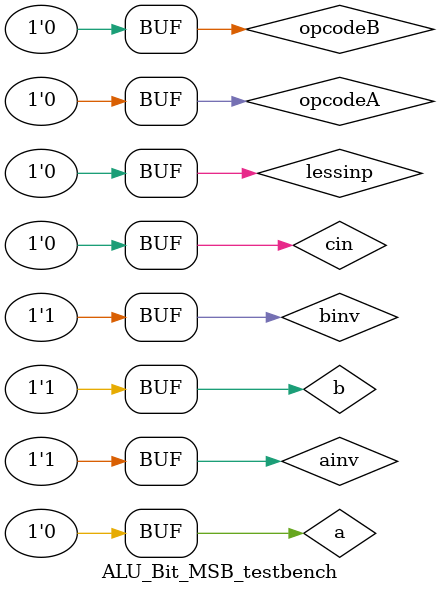
<source format=v>
`timescale 1ns/1ps
module ALU_Bit_MSB_testbench();
reg a,b,lessinp,cin,ainv,binv,opcodeA,opcodeB;
wire cout,result,slt,overflow;

ALU1_Bit_MSB dut(a,b,lessinp,cin,ainv,binv,opcodeA,opcodeB,cout,result,overflow,slt); 

initial begin
//Expected output is in form of {cout, result}
a = 1'b1; b = 1'b0; lessinp = 1'b0; cin = 1'b0; ainv = 1'b0; binv = 1'b0; opcodeA = 1'b0; opcodeB = 1'b0;//AND  Expected Output = {0,0}---correct
#0.1;
a = 1'b1; b = 1'b0; lessinp = 1'b0; cin = 1'b0; ainv = 1'b0; binv = 1'b0; opcodeA = 1'b0; opcodeB = 1'b1;//OR    Expected Output = {0,1}---correct
#0.1;
a = 1'b0; b = 1'b1; lessinp = 1'b0; cin = 1'b0; ainv = 1'b0; binv = 1'b0; opcodeA = 1'b1; opcodeB = 1'b0; //XOR  Expected Output = {0,1}---correct
#0.1;
a = 1'b1; b = 1'b0; lessinp = 1'b0; cin = 1'b1; ainv = 1'b0; binv = 1'b0; opcodeA = 1'b1; opcodeB = 1'b1;//ADD    Expected Output = {1,0}---correct
#0.1;
a = 1'b0; b = 1'b1; lessinp = 1'b0; cin = 1'b0; ainv = 1'b0; binv = 1'b1; opcodeA = 1'b1; opcodeB = 1'b0; //SLT     Expected Output = {0,0}---correct
#0.1;
a = 1'b1; b = 1'b1; lessinp = 1'b0; cin = 1'b1; ainv = 1'b0; binv = 1'b1; opcodeA = 1'b1; opcodeB = 1'b1; //SUB    Expected Output = {1,0}---correct
#0.1;
a = 1'b0; b = 1'b1; lessinp = 1'b0; cin = 1'b0; ainv = 1'b1; binv = 1'b1; opcodeA = 1'b0; opcodeB = 1'b0; //NOR   Expected Output = {0,0}---corect
#0.1;
end
 
 
initial
begin
$monitor("Simulation Time = %g, a=%1b, b=%1b, lessinp=%1b, cin=%1b, ainv =%1b, binv=%1b, opcodeA=%1b, opcodeB=%1b, cout=%1b, result=%1b, overflow=%1b, slt=%1b", $time, a,b,lessinp,cin,ainv,binv,opcodeA,opcodeB,cout,result, overflow, slt);
end
 
endmodule
</source>
